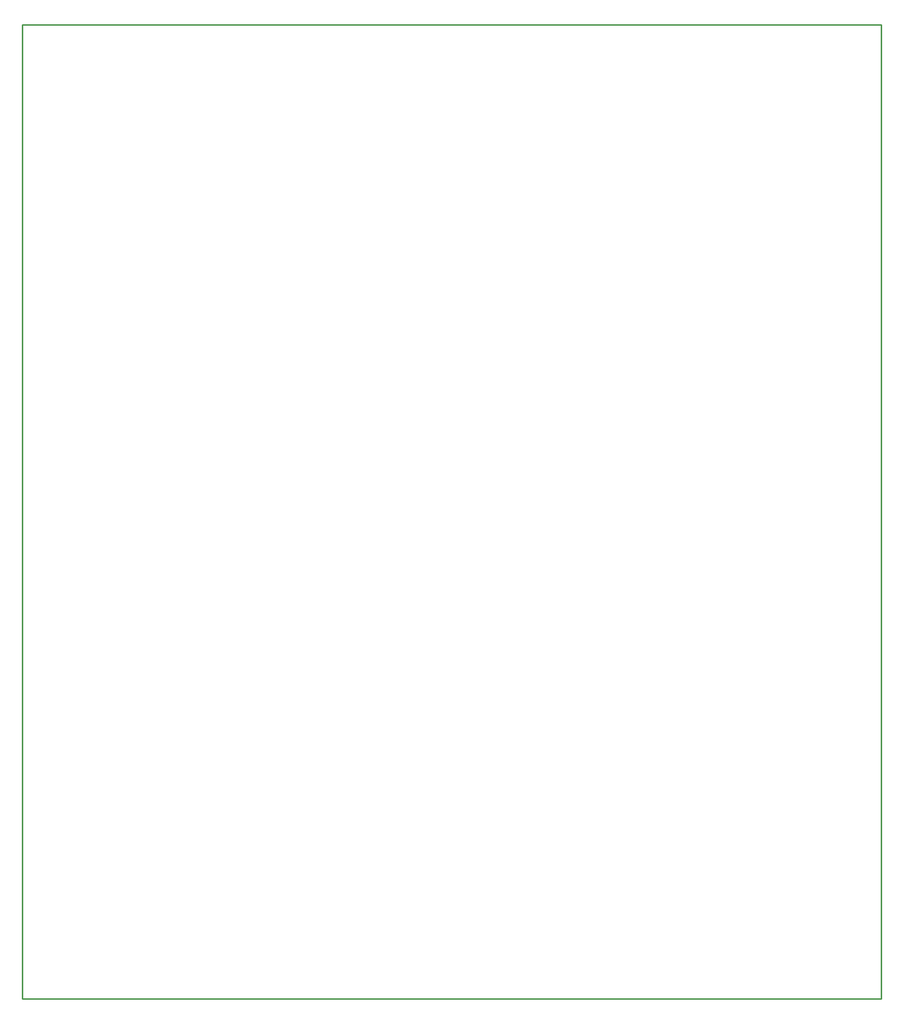
<source format=gm1>
G04 Layer_Color=16711935*
%FSLAX44Y44*%
%MOMM*%
G71*
G01*
G75*
%ADD98C,0.2540*%
D98*
X0Y0D02*
X1500000D01*
Y1700000D01*
X0D02*
X1500000D01*
X0Y0D02*
Y1700000D01*
M02*

</source>
